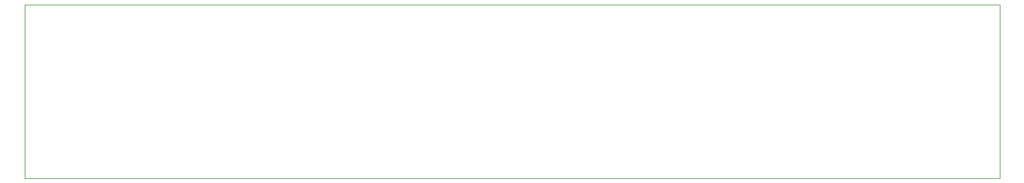
<source format=gbr>
G04 #@! TF.FileFunction,Profile,NP*
%FSLAX46Y46*%
G04 Gerber Fmt 4.6, Leading zero omitted, Abs format (unit mm)*
G04 Created by KiCad (PCBNEW 0.201411071246+5256~19~ubuntu14.04.1-product) date Tue 11 Nov 2014 19:19:08 NZDT*
%MOMM*%
G01*
G04 APERTURE LIST*
%ADD10C,0.150000*%
%ADD11C,0.100000*%
G04 APERTURE END LIST*
D10*
D11*
X31000000Y-50000000D02*
X31000000Y-75000000D01*
X31000000Y-75000000D02*
X171000000Y-75000000D01*
X171000000Y-50000000D02*
X171000000Y-75000000D01*
X31000000Y-50000000D02*
X171000000Y-50000000D01*
M02*

</source>
